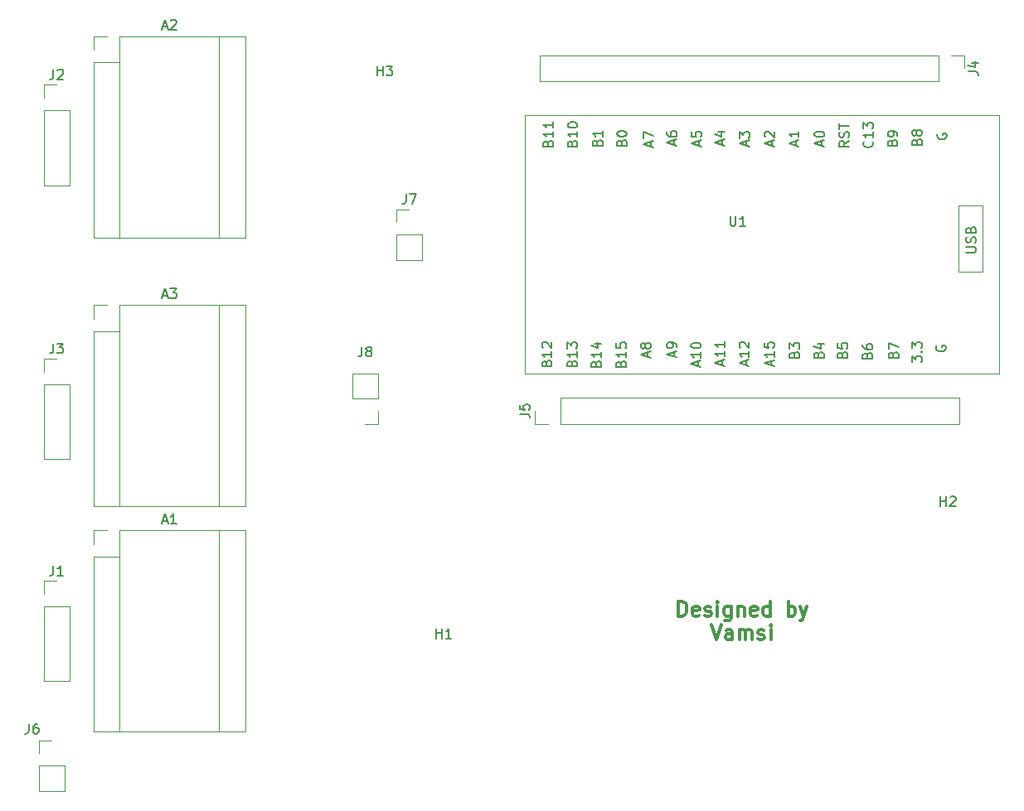
<source format=gto>
%TF.GenerationSoftware,KiCad,Pcbnew,(6.0.7)*%
%TF.CreationDate,2023-11-16T10:53:28-06:00*%
%TF.ProjectId,Robot_arm,526f626f-745f-4617-926d-2e6b69636164,rev?*%
%TF.SameCoordinates,Original*%
%TF.FileFunction,Legend,Top*%
%TF.FilePolarity,Positive*%
%FSLAX46Y46*%
G04 Gerber Fmt 4.6, Leading zero omitted, Abs format (unit mm)*
G04 Created by KiCad (PCBNEW (6.0.7)) date 2023-11-16 10:53:28*
%MOMM*%
%LPD*%
G01*
G04 APERTURE LIST*
%ADD10C,0.300000*%
%ADD11C,0.150000*%
%ADD12C,0.120000*%
G04 APERTURE END LIST*
D10*
X139500000Y-104471071D02*
X139500000Y-102971071D01*
X139857142Y-102971071D01*
X140071428Y-103042500D01*
X140214285Y-103185357D01*
X140285714Y-103328214D01*
X140357142Y-103613928D01*
X140357142Y-103828214D01*
X140285714Y-104113928D01*
X140214285Y-104256785D01*
X140071428Y-104399642D01*
X139857142Y-104471071D01*
X139500000Y-104471071D01*
X141571428Y-104399642D02*
X141428571Y-104471071D01*
X141142857Y-104471071D01*
X141000000Y-104399642D01*
X140928571Y-104256785D01*
X140928571Y-103685357D01*
X141000000Y-103542500D01*
X141142857Y-103471071D01*
X141428571Y-103471071D01*
X141571428Y-103542500D01*
X141642857Y-103685357D01*
X141642857Y-103828214D01*
X140928571Y-103971071D01*
X142214285Y-104399642D02*
X142357142Y-104471071D01*
X142642857Y-104471071D01*
X142785714Y-104399642D01*
X142857142Y-104256785D01*
X142857142Y-104185357D01*
X142785714Y-104042500D01*
X142642857Y-103971071D01*
X142428571Y-103971071D01*
X142285714Y-103899642D01*
X142214285Y-103756785D01*
X142214285Y-103685357D01*
X142285714Y-103542500D01*
X142428571Y-103471071D01*
X142642857Y-103471071D01*
X142785714Y-103542500D01*
X143500000Y-104471071D02*
X143500000Y-103471071D01*
X143500000Y-102971071D02*
X143428571Y-103042500D01*
X143500000Y-103113928D01*
X143571428Y-103042500D01*
X143500000Y-102971071D01*
X143500000Y-103113928D01*
X144857142Y-103471071D02*
X144857142Y-104685357D01*
X144785714Y-104828214D01*
X144714285Y-104899642D01*
X144571428Y-104971071D01*
X144357142Y-104971071D01*
X144214285Y-104899642D01*
X144857142Y-104399642D02*
X144714285Y-104471071D01*
X144428571Y-104471071D01*
X144285714Y-104399642D01*
X144214285Y-104328214D01*
X144142857Y-104185357D01*
X144142857Y-103756785D01*
X144214285Y-103613928D01*
X144285714Y-103542500D01*
X144428571Y-103471071D01*
X144714285Y-103471071D01*
X144857142Y-103542500D01*
X145571428Y-103471071D02*
X145571428Y-104471071D01*
X145571428Y-103613928D02*
X145642857Y-103542500D01*
X145785714Y-103471071D01*
X146000000Y-103471071D01*
X146142857Y-103542500D01*
X146214285Y-103685357D01*
X146214285Y-104471071D01*
X147500000Y-104399642D02*
X147357142Y-104471071D01*
X147071428Y-104471071D01*
X146928571Y-104399642D01*
X146857142Y-104256785D01*
X146857142Y-103685357D01*
X146928571Y-103542500D01*
X147071428Y-103471071D01*
X147357142Y-103471071D01*
X147500000Y-103542500D01*
X147571428Y-103685357D01*
X147571428Y-103828214D01*
X146857142Y-103971071D01*
X148857142Y-104471071D02*
X148857142Y-102971071D01*
X148857142Y-104399642D02*
X148714285Y-104471071D01*
X148428571Y-104471071D01*
X148285714Y-104399642D01*
X148214285Y-104328214D01*
X148142857Y-104185357D01*
X148142857Y-103756785D01*
X148214285Y-103613928D01*
X148285714Y-103542500D01*
X148428571Y-103471071D01*
X148714285Y-103471071D01*
X148857142Y-103542500D01*
X150714285Y-104471071D02*
X150714285Y-102971071D01*
X150714285Y-103542500D02*
X150857142Y-103471071D01*
X151142857Y-103471071D01*
X151285714Y-103542500D01*
X151357142Y-103613928D01*
X151428571Y-103756785D01*
X151428571Y-104185357D01*
X151357142Y-104328214D01*
X151285714Y-104399642D01*
X151142857Y-104471071D01*
X150857142Y-104471071D01*
X150714285Y-104399642D01*
X151928571Y-103471071D02*
X152285714Y-104471071D01*
X152642857Y-103471071D02*
X152285714Y-104471071D01*
X152142857Y-104828214D01*
X152071428Y-104899642D01*
X151928571Y-104971071D01*
X142857142Y-105386071D02*
X143357142Y-106886071D01*
X143857142Y-105386071D01*
X145000000Y-106886071D02*
X145000000Y-106100357D01*
X144928571Y-105957500D01*
X144785714Y-105886071D01*
X144500000Y-105886071D01*
X144357142Y-105957500D01*
X145000000Y-106814642D02*
X144857142Y-106886071D01*
X144500000Y-106886071D01*
X144357142Y-106814642D01*
X144285714Y-106671785D01*
X144285714Y-106528928D01*
X144357142Y-106386071D01*
X144500000Y-106314642D01*
X144857142Y-106314642D01*
X145000000Y-106243214D01*
X145714285Y-106886071D02*
X145714285Y-105886071D01*
X145714285Y-106028928D02*
X145785714Y-105957500D01*
X145928571Y-105886071D01*
X146142857Y-105886071D01*
X146285714Y-105957500D01*
X146357142Y-106100357D01*
X146357142Y-106886071D01*
X146357142Y-106100357D02*
X146428571Y-105957500D01*
X146571428Y-105886071D01*
X146785714Y-105886071D01*
X146928571Y-105957500D01*
X147000000Y-106100357D01*
X147000000Y-106886071D01*
X147642857Y-106814642D02*
X147785714Y-106886071D01*
X148071428Y-106886071D01*
X148214285Y-106814642D01*
X148285714Y-106671785D01*
X148285714Y-106600357D01*
X148214285Y-106457500D01*
X148071428Y-106386071D01*
X147857142Y-106386071D01*
X147714285Y-106314642D01*
X147642857Y-106171785D01*
X147642857Y-106100357D01*
X147714285Y-105957500D01*
X147857142Y-105886071D01*
X148071428Y-105886071D01*
X148214285Y-105957500D01*
X148928571Y-106886071D02*
X148928571Y-105886071D01*
X148928571Y-105386071D02*
X148857142Y-105457500D01*
X148928571Y-105528928D01*
X149000000Y-105457500D01*
X148928571Y-105386071D01*
X148928571Y-105528928D01*
D11*
%TO.C,H3*%
X108738095Y-49252380D02*
X108738095Y-48252380D01*
X108738095Y-48728571D02*
X109309523Y-48728571D01*
X109309523Y-49252380D02*
X109309523Y-48252380D01*
X109690476Y-48252380D02*
X110309523Y-48252380D01*
X109976190Y-48633333D01*
X110119047Y-48633333D01*
X110214285Y-48680952D01*
X110261904Y-48728571D01*
X110309523Y-48823809D01*
X110309523Y-49061904D01*
X110261904Y-49157142D01*
X110214285Y-49204761D01*
X110119047Y-49252380D01*
X109833333Y-49252380D01*
X109738095Y-49204761D01*
X109690476Y-49157142D01*
%TO.C,H2*%
X166238095Y-93252380D02*
X166238095Y-92252380D01*
X166238095Y-92728571D02*
X166809523Y-92728571D01*
X166809523Y-93252380D02*
X166809523Y-92252380D01*
X167238095Y-92347619D02*
X167285714Y-92300000D01*
X167380952Y-92252380D01*
X167619047Y-92252380D01*
X167714285Y-92300000D01*
X167761904Y-92347619D01*
X167809523Y-92442857D01*
X167809523Y-92538095D01*
X167761904Y-92680952D01*
X167190476Y-93252380D01*
X167809523Y-93252380D01*
%TO.C,H1*%
X114738095Y-106752380D02*
X114738095Y-105752380D01*
X114738095Y-106228571D02*
X115309523Y-106228571D01*
X115309523Y-106752380D02*
X115309523Y-105752380D01*
X116309523Y-106752380D02*
X115738095Y-106752380D01*
X116023809Y-106752380D02*
X116023809Y-105752380D01*
X115928571Y-105895238D01*
X115833333Y-105990476D01*
X115738095Y-106038095D01*
%TO.C,J8*%
X107166666Y-76952380D02*
X107166666Y-77666666D01*
X107119047Y-77809523D01*
X107023809Y-77904761D01*
X106880952Y-77952380D01*
X106785714Y-77952380D01*
X107785714Y-77380952D02*
X107690476Y-77333333D01*
X107642857Y-77285714D01*
X107595238Y-77190476D01*
X107595238Y-77142857D01*
X107642857Y-77047619D01*
X107690476Y-77000000D01*
X107785714Y-76952380D01*
X107976190Y-76952380D01*
X108071428Y-77000000D01*
X108119047Y-77047619D01*
X108166666Y-77142857D01*
X108166666Y-77190476D01*
X108119047Y-77285714D01*
X108071428Y-77333333D01*
X107976190Y-77380952D01*
X107785714Y-77380952D01*
X107690476Y-77428571D01*
X107642857Y-77476190D01*
X107595238Y-77571428D01*
X107595238Y-77761904D01*
X107642857Y-77857142D01*
X107690476Y-77904761D01*
X107785714Y-77952380D01*
X107976190Y-77952380D01*
X108071428Y-77904761D01*
X108119047Y-77857142D01*
X108166666Y-77761904D01*
X108166666Y-77571428D01*
X108119047Y-77476190D01*
X108071428Y-77428571D01*
X107976190Y-77380952D01*
%TO.C,U1*%
X144776027Y-63589880D02*
X144776027Y-64399404D01*
X144823646Y-64494642D01*
X144871265Y-64542261D01*
X144966503Y-64589880D01*
X145156979Y-64589880D01*
X145252217Y-64542261D01*
X145299836Y-64494642D01*
X145347455Y-64399404D01*
X145347455Y-63589880D01*
X146347455Y-64589880D02*
X145776027Y-64589880D01*
X146061741Y-64589880D02*
X146061741Y-63589880D01*
X145966503Y-63732738D01*
X145871265Y-63827976D01*
X145776027Y-63875595D01*
X128666503Y-56143452D02*
X128714122Y-56000595D01*
X128761741Y-55952976D01*
X128856979Y-55905357D01*
X128999836Y-55905357D01*
X129095074Y-55952976D01*
X129142693Y-56000595D01*
X129190312Y-56095833D01*
X129190312Y-56476785D01*
X128190312Y-56476785D01*
X128190312Y-56143452D01*
X128237932Y-56048214D01*
X128285551Y-56000595D01*
X128380789Y-55952976D01*
X128476027Y-55952976D01*
X128571265Y-56000595D01*
X128618884Y-56048214D01*
X128666503Y-56143452D01*
X128666503Y-56476785D01*
X129190312Y-54952976D02*
X129190312Y-55524404D01*
X129190312Y-55238690D02*
X128190312Y-55238690D01*
X128333170Y-55333928D01*
X128428408Y-55429166D01*
X128476027Y-55524404D01*
X128190312Y-54333928D02*
X128190312Y-54238690D01*
X128237932Y-54143452D01*
X128285551Y-54095833D01*
X128380789Y-54048214D01*
X128571265Y-54000595D01*
X128809360Y-54000595D01*
X128999836Y-54048214D01*
X129095074Y-54095833D01*
X129142693Y-54143452D01*
X129190312Y-54238690D01*
X129190312Y-54333928D01*
X129142693Y-54429166D01*
X129095074Y-54476785D01*
X128999836Y-54524404D01*
X128809360Y-54572023D01*
X128571265Y-54572023D01*
X128380789Y-54524404D01*
X128285551Y-54476785D01*
X128237932Y-54429166D01*
X128190312Y-54333928D01*
X148979598Y-78877976D02*
X148979598Y-78401785D01*
X149265312Y-78973214D02*
X148265312Y-78639880D01*
X149265312Y-78306547D01*
X149265312Y-77449404D02*
X149265312Y-78020833D01*
X149265312Y-77735119D02*
X148265312Y-77735119D01*
X148408170Y-77830357D01*
X148503408Y-77925595D01*
X148551027Y-78020833D01*
X148265312Y-76544642D02*
X148265312Y-77020833D01*
X148741503Y-77068452D01*
X148693884Y-77020833D01*
X148646265Y-76925595D01*
X148646265Y-76687500D01*
X148693884Y-76592261D01*
X148741503Y-76544642D01*
X148836741Y-76497023D01*
X149074836Y-76497023D01*
X149170074Y-76544642D01*
X149217693Y-76592261D01*
X149265312Y-76687500D01*
X149265312Y-76925595D01*
X149217693Y-77020833D01*
X149170074Y-77068452D01*
X133641503Y-78668452D02*
X133689122Y-78525595D01*
X133736741Y-78477976D01*
X133831979Y-78430357D01*
X133974836Y-78430357D01*
X134070074Y-78477976D01*
X134117693Y-78525595D01*
X134165312Y-78620833D01*
X134165312Y-79001785D01*
X133165312Y-79001785D01*
X133165312Y-78668452D01*
X133212932Y-78573214D01*
X133260551Y-78525595D01*
X133355789Y-78477976D01*
X133451027Y-78477976D01*
X133546265Y-78525595D01*
X133593884Y-78573214D01*
X133641503Y-78668452D01*
X133641503Y-79001785D01*
X134165312Y-77477976D02*
X134165312Y-78049404D01*
X134165312Y-77763690D02*
X133165312Y-77763690D01*
X133308170Y-77858928D01*
X133403408Y-77954166D01*
X133451027Y-78049404D01*
X133165312Y-76573214D02*
X133165312Y-77049404D01*
X133641503Y-77097023D01*
X133593884Y-77049404D01*
X133546265Y-76954166D01*
X133546265Y-76716071D01*
X133593884Y-76620833D01*
X133641503Y-76573214D01*
X133736741Y-76525595D01*
X133974836Y-76525595D01*
X134070074Y-76573214D01*
X134117693Y-76620833D01*
X134165312Y-76716071D01*
X134165312Y-76954166D01*
X134117693Y-77049404D01*
X134070074Y-77097023D01*
X131091503Y-78668452D02*
X131139122Y-78525595D01*
X131186741Y-78477976D01*
X131281979Y-78430357D01*
X131424836Y-78430357D01*
X131520074Y-78477976D01*
X131567693Y-78525595D01*
X131615312Y-78620833D01*
X131615312Y-79001785D01*
X130615312Y-79001785D01*
X130615312Y-78668452D01*
X130662932Y-78573214D01*
X130710551Y-78525595D01*
X130805789Y-78477976D01*
X130901027Y-78477976D01*
X130996265Y-78525595D01*
X131043884Y-78573214D01*
X131091503Y-78668452D01*
X131091503Y-79001785D01*
X131615312Y-77477976D02*
X131615312Y-78049404D01*
X131615312Y-77763690D02*
X130615312Y-77763690D01*
X130758170Y-77858928D01*
X130853408Y-77954166D01*
X130901027Y-78049404D01*
X130948646Y-76620833D02*
X131615312Y-76620833D01*
X130567693Y-76858928D02*
X131281979Y-77097023D01*
X131281979Y-76477976D01*
X156241503Y-77742261D02*
X156289122Y-77599404D01*
X156336741Y-77551785D01*
X156431979Y-77504166D01*
X156574836Y-77504166D01*
X156670074Y-77551785D01*
X156717693Y-77599404D01*
X156765312Y-77694642D01*
X156765312Y-78075595D01*
X155765312Y-78075595D01*
X155765312Y-77742261D01*
X155812932Y-77647023D01*
X155860551Y-77599404D01*
X155955789Y-77551785D01*
X156051027Y-77551785D01*
X156146265Y-77599404D01*
X156193884Y-77647023D01*
X156241503Y-77742261D01*
X156241503Y-78075595D01*
X155765312Y-76599404D02*
X155765312Y-77075595D01*
X156241503Y-77123214D01*
X156193884Y-77075595D01*
X156146265Y-76980357D01*
X156146265Y-76742261D01*
X156193884Y-76647023D01*
X156241503Y-76599404D01*
X156336741Y-76551785D01*
X156574836Y-76551785D01*
X156670074Y-76599404D01*
X156717693Y-76647023D01*
X156765312Y-76742261D01*
X156765312Y-76980357D01*
X156717693Y-77075595D01*
X156670074Y-77123214D01*
X136379598Y-78001785D02*
X136379598Y-77525595D01*
X136665312Y-78097023D02*
X135665312Y-77763690D01*
X136665312Y-77430357D01*
X136093884Y-76954166D02*
X136046265Y-77049404D01*
X135998646Y-77097023D01*
X135903408Y-77144642D01*
X135855789Y-77144642D01*
X135760551Y-77097023D01*
X135712932Y-77049404D01*
X135665312Y-76954166D01*
X135665312Y-76763690D01*
X135712932Y-76668452D01*
X135760551Y-76620833D01*
X135855789Y-76573214D01*
X135903408Y-76573214D01*
X135998646Y-76620833D01*
X136046265Y-76668452D01*
X136093884Y-76763690D01*
X136093884Y-76954166D01*
X136141503Y-77049404D01*
X136189122Y-77097023D01*
X136284360Y-77144642D01*
X136474836Y-77144642D01*
X136570074Y-77097023D01*
X136617693Y-77049404D01*
X136665312Y-76954166D01*
X136665312Y-76763690D01*
X136617693Y-76668452D01*
X136570074Y-76620833D01*
X136474836Y-76573214D01*
X136284360Y-76573214D01*
X136189122Y-76620833D01*
X136141503Y-76668452D01*
X136093884Y-76763690D01*
X151504598Y-56376785D02*
X151504598Y-55900595D01*
X151790312Y-56472023D02*
X150790312Y-56138690D01*
X151790312Y-55805357D01*
X151790312Y-54948214D02*
X151790312Y-55519642D01*
X151790312Y-55233928D02*
X150790312Y-55233928D01*
X150933170Y-55329166D01*
X151028408Y-55424404D01*
X151076027Y-55519642D01*
X156915312Y-55935119D02*
X156439122Y-56268452D01*
X156915312Y-56506547D02*
X155915312Y-56506547D01*
X155915312Y-56125595D01*
X155962932Y-56030357D01*
X156010551Y-55982738D01*
X156105789Y-55935119D01*
X156248646Y-55935119D01*
X156343884Y-55982738D01*
X156391503Y-56030357D01*
X156439122Y-56125595D01*
X156439122Y-56506547D01*
X156867693Y-55554166D02*
X156915312Y-55411309D01*
X156915312Y-55173214D01*
X156867693Y-55077976D01*
X156820074Y-55030357D01*
X156724836Y-54982738D01*
X156629598Y-54982738D01*
X156534360Y-55030357D01*
X156486741Y-55077976D01*
X156439122Y-55173214D01*
X156391503Y-55363690D01*
X156343884Y-55458928D01*
X156296265Y-55506547D01*
X156201027Y-55554166D01*
X156105789Y-55554166D01*
X156010551Y-55506547D01*
X155962932Y-55458928D01*
X155915312Y-55363690D01*
X155915312Y-55125595D01*
X155962932Y-54982738D01*
X155915312Y-54697023D02*
X155915312Y-54125595D01*
X156915312Y-54411309D02*
X155915312Y-54411309D01*
X141504598Y-78927976D02*
X141504598Y-78451785D01*
X141790312Y-79023214D02*
X140790312Y-78689880D01*
X141790312Y-78356547D01*
X141790312Y-77499404D02*
X141790312Y-78070833D01*
X141790312Y-77785119D02*
X140790312Y-77785119D01*
X140933170Y-77880357D01*
X141028408Y-77975595D01*
X141076027Y-78070833D01*
X140790312Y-76880357D02*
X140790312Y-76785119D01*
X140837932Y-76689880D01*
X140885551Y-76642261D01*
X140980789Y-76594642D01*
X141171265Y-76547023D01*
X141409360Y-76547023D01*
X141599836Y-76594642D01*
X141695074Y-76642261D01*
X141742693Y-76689880D01*
X141790312Y-76785119D01*
X141790312Y-76880357D01*
X141742693Y-76975595D01*
X141695074Y-77023214D01*
X141599836Y-77070833D01*
X141409360Y-77118452D01*
X141171265Y-77118452D01*
X140980789Y-77070833D01*
X140885551Y-77023214D01*
X140837932Y-76975595D01*
X140790312Y-76880357D01*
X126041503Y-78618452D02*
X126089122Y-78475595D01*
X126136741Y-78427976D01*
X126231979Y-78380357D01*
X126374836Y-78380357D01*
X126470074Y-78427976D01*
X126517693Y-78475595D01*
X126565312Y-78570833D01*
X126565312Y-78951785D01*
X125565312Y-78951785D01*
X125565312Y-78618452D01*
X125612932Y-78523214D01*
X125660551Y-78475595D01*
X125755789Y-78427976D01*
X125851027Y-78427976D01*
X125946265Y-78475595D01*
X125993884Y-78523214D01*
X126041503Y-78618452D01*
X126041503Y-78951785D01*
X126565312Y-77427976D02*
X126565312Y-77999404D01*
X126565312Y-77713690D02*
X125565312Y-77713690D01*
X125708170Y-77808928D01*
X125803408Y-77904166D01*
X125851027Y-77999404D01*
X125660551Y-77047023D02*
X125612932Y-76999404D01*
X125565312Y-76904166D01*
X125565312Y-76666071D01*
X125612932Y-76570833D01*
X125660551Y-76523214D01*
X125755789Y-76475595D01*
X125851027Y-76475595D01*
X125993884Y-76523214D01*
X126565312Y-77094642D01*
X126565312Y-76475595D01*
X139029598Y-77951785D02*
X139029598Y-77475595D01*
X139315312Y-78047023D02*
X138315312Y-77713690D01*
X139315312Y-77380357D01*
X139315312Y-76999404D02*
X139315312Y-76808928D01*
X139267693Y-76713690D01*
X139220074Y-76666071D01*
X139077217Y-76570833D01*
X138886741Y-76523214D01*
X138505789Y-76523214D01*
X138410551Y-76570833D01*
X138362932Y-76618452D01*
X138315312Y-76713690D01*
X138315312Y-76904166D01*
X138362932Y-76999404D01*
X138410551Y-77047023D01*
X138505789Y-77094642D01*
X138743884Y-77094642D01*
X138839122Y-77047023D01*
X138886741Y-76999404D01*
X138934360Y-76904166D01*
X138934360Y-76713690D01*
X138886741Y-76618452D01*
X138839122Y-76570833D01*
X138743884Y-76523214D01*
X161441503Y-77767261D02*
X161489122Y-77624404D01*
X161536741Y-77576785D01*
X161631979Y-77529166D01*
X161774836Y-77529166D01*
X161870074Y-77576785D01*
X161917693Y-77624404D01*
X161965312Y-77719642D01*
X161965312Y-78100595D01*
X160965312Y-78100595D01*
X160965312Y-77767261D01*
X161012932Y-77672023D01*
X161060551Y-77624404D01*
X161155789Y-77576785D01*
X161251027Y-77576785D01*
X161346265Y-77624404D01*
X161393884Y-77672023D01*
X161441503Y-77767261D01*
X161441503Y-78100595D01*
X160965312Y-77195833D02*
X160965312Y-76529166D01*
X161965312Y-76957738D01*
X149004598Y-56376785D02*
X149004598Y-55900595D01*
X149290312Y-56472023D02*
X148290312Y-56138690D01*
X149290312Y-55805357D01*
X148385551Y-55519642D02*
X148337932Y-55472023D01*
X148290312Y-55376785D01*
X148290312Y-55138690D01*
X148337932Y-55043452D01*
X148385551Y-54995833D01*
X148480789Y-54948214D01*
X148576027Y-54948214D01*
X148718884Y-54995833D01*
X149290312Y-55567261D01*
X149290312Y-54948214D01*
X165837932Y-76850595D02*
X165790312Y-76945833D01*
X165790312Y-77088690D01*
X165837932Y-77231547D01*
X165933170Y-77326785D01*
X166028408Y-77374404D01*
X166218884Y-77422023D01*
X166361741Y-77422023D01*
X166552217Y-77374404D01*
X166647455Y-77326785D01*
X166742693Y-77231547D01*
X166790312Y-77088690D01*
X166790312Y-76993452D01*
X166742693Y-76850595D01*
X166695074Y-76802976D01*
X166361741Y-76802976D01*
X166361741Y-76993452D01*
X168865312Y-67324404D02*
X169674836Y-67324404D01*
X169770074Y-67276785D01*
X169817693Y-67229166D01*
X169865312Y-67133928D01*
X169865312Y-66943452D01*
X169817693Y-66848214D01*
X169770074Y-66800595D01*
X169674836Y-66752976D01*
X168865312Y-66752976D01*
X169817693Y-66324404D02*
X169865312Y-66181547D01*
X169865312Y-65943452D01*
X169817693Y-65848214D01*
X169770074Y-65800595D01*
X169674836Y-65752976D01*
X169579598Y-65752976D01*
X169484360Y-65800595D01*
X169436741Y-65848214D01*
X169389122Y-65943452D01*
X169341503Y-66133928D01*
X169293884Y-66229166D01*
X169246265Y-66276785D01*
X169151027Y-66324404D01*
X169055789Y-66324404D01*
X168960551Y-66276785D01*
X168912932Y-66229166D01*
X168865312Y-66133928D01*
X168865312Y-65895833D01*
X168912932Y-65752976D01*
X169341503Y-64991071D02*
X169389122Y-64848214D01*
X169436741Y-64800595D01*
X169531979Y-64752976D01*
X169674836Y-64752976D01*
X169770074Y-64800595D01*
X169817693Y-64848214D01*
X169865312Y-64943452D01*
X169865312Y-65324404D01*
X168865312Y-65324404D01*
X168865312Y-64991071D01*
X168912932Y-64895833D01*
X168960551Y-64848214D01*
X169055789Y-64800595D01*
X169151027Y-64800595D01*
X169246265Y-64848214D01*
X169293884Y-64895833D01*
X169341503Y-64991071D01*
X169341503Y-65324404D01*
X161341503Y-56092261D02*
X161389122Y-55949404D01*
X161436741Y-55901785D01*
X161531979Y-55854166D01*
X161674836Y-55854166D01*
X161770074Y-55901785D01*
X161817693Y-55949404D01*
X161865312Y-56044642D01*
X161865312Y-56425595D01*
X160865312Y-56425595D01*
X160865312Y-56092261D01*
X160912932Y-55997023D01*
X160960551Y-55949404D01*
X161055789Y-55901785D01*
X161151027Y-55901785D01*
X161246265Y-55949404D01*
X161293884Y-55997023D01*
X161341503Y-56092261D01*
X161341503Y-56425595D01*
X161865312Y-55377976D02*
X161865312Y-55187500D01*
X161817693Y-55092261D01*
X161770074Y-55044642D01*
X161627217Y-54949404D01*
X161436741Y-54901785D01*
X161055789Y-54901785D01*
X160960551Y-54949404D01*
X160912932Y-54997023D01*
X160865312Y-55092261D01*
X160865312Y-55282738D01*
X160912932Y-55377976D01*
X160960551Y-55425595D01*
X161055789Y-55473214D01*
X161293884Y-55473214D01*
X161389122Y-55425595D01*
X161436741Y-55377976D01*
X161484360Y-55282738D01*
X161484360Y-55092261D01*
X161436741Y-54997023D01*
X161389122Y-54949404D01*
X161293884Y-54901785D01*
X158791503Y-77842261D02*
X158839122Y-77699404D01*
X158886741Y-77651785D01*
X158981979Y-77604166D01*
X159124836Y-77604166D01*
X159220074Y-77651785D01*
X159267693Y-77699404D01*
X159315312Y-77794642D01*
X159315312Y-78175595D01*
X158315312Y-78175595D01*
X158315312Y-77842261D01*
X158362932Y-77747023D01*
X158410551Y-77699404D01*
X158505789Y-77651785D01*
X158601027Y-77651785D01*
X158696265Y-77699404D01*
X158743884Y-77747023D01*
X158791503Y-77842261D01*
X158791503Y-78175595D01*
X158315312Y-76747023D02*
X158315312Y-76937500D01*
X158362932Y-77032738D01*
X158410551Y-77080357D01*
X158553408Y-77175595D01*
X158743884Y-77223214D01*
X159124836Y-77223214D01*
X159220074Y-77175595D01*
X159267693Y-77127976D01*
X159315312Y-77032738D01*
X159315312Y-76842261D01*
X159267693Y-76747023D01*
X159220074Y-76699404D01*
X159124836Y-76651785D01*
X158886741Y-76651785D01*
X158791503Y-76699404D01*
X158743884Y-76747023D01*
X158696265Y-76842261D01*
X158696265Y-77032738D01*
X158743884Y-77127976D01*
X158791503Y-77175595D01*
X158886741Y-77223214D01*
X143929598Y-78802976D02*
X143929598Y-78326785D01*
X144215312Y-78898214D02*
X143215312Y-78564880D01*
X144215312Y-78231547D01*
X144215312Y-77374404D02*
X144215312Y-77945833D01*
X144215312Y-77660119D02*
X143215312Y-77660119D01*
X143358170Y-77755357D01*
X143453408Y-77850595D01*
X143501027Y-77945833D01*
X144215312Y-76422023D02*
X144215312Y-76993452D01*
X144215312Y-76707738D02*
X143215312Y-76707738D01*
X143358170Y-76802976D01*
X143453408Y-76898214D01*
X143501027Y-76993452D01*
X163841503Y-55992261D02*
X163889122Y-55849404D01*
X163936741Y-55801785D01*
X164031979Y-55754166D01*
X164174836Y-55754166D01*
X164270074Y-55801785D01*
X164317693Y-55849404D01*
X164365312Y-55944642D01*
X164365312Y-56325595D01*
X163365312Y-56325595D01*
X163365312Y-55992261D01*
X163412932Y-55897023D01*
X163460551Y-55849404D01*
X163555789Y-55801785D01*
X163651027Y-55801785D01*
X163746265Y-55849404D01*
X163793884Y-55897023D01*
X163841503Y-55992261D01*
X163841503Y-56325595D01*
X163793884Y-55182738D02*
X163746265Y-55277976D01*
X163698646Y-55325595D01*
X163603408Y-55373214D01*
X163555789Y-55373214D01*
X163460551Y-55325595D01*
X163412932Y-55277976D01*
X163365312Y-55182738D01*
X163365312Y-54992261D01*
X163412932Y-54897023D01*
X163460551Y-54849404D01*
X163555789Y-54801785D01*
X163603408Y-54801785D01*
X163698646Y-54849404D01*
X163746265Y-54897023D01*
X163793884Y-54992261D01*
X163793884Y-55182738D01*
X163841503Y-55277976D01*
X163889122Y-55325595D01*
X163984360Y-55373214D01*
X164174836Y-55373214D01*
X164270074Y-55325595D01*
X164317693Y-55277976D01*
X164365312Y-55182738D01*
X164365312Y-54992261D01*
X164317693Y-54897023D01*
X164270074Y-54849404D01*
X164174836Y-54801785D01*
X163984360Y-54801785D01*
X163889122Y-54849404D01*
X163841503Y-54897023D01*
X163793884Y-54992261D01*
X146454598Y-56426785D02*
X146454598Y-55950595D01*
X146740312Y-56522023D02*
X145740312Y-56188690D01*
X146740312Y-55855357D01*
X145740312Y-55617261D02*
X145740312Y-54998214D01*
X146121265Y-55331547D01*
X146121265Y-55188690D01*
X146168884Y-55093452D01*
X146216503Y-55045833D01*
X146311741Y-54998214D01*
X146549836Y-54998214D01*
X146645074Y-55045833D01*
X146692693Y-55093452D01*
X146740312Y-55188690D01*
X146740312Y-55474404D01*
X146692693Y-55569642D01*
X146645074Y-55617261D01*
X139029598Y-56351785D02*
X139029598Y-55875595D01*
X139315312Y-56447023D02*
X138315312Y-56113690D01*
X139315312Y-55780357D01*
X138315312Y-55018452D02*
X138315312Y-55208928D01*
X138362932Y-55304166D01*
X138410551Y-55351785D01*
X138553408Y-55447023D01*
X138743884Y-55494642D01*
X139124836Y-55494642D01*
X139220074Y-55447023D01*
X139267693Y-55399404D01*
X139315312Y-55304166D01*
X139315312Y-55113690D01*
X139267693Y-55018452D01*
X139220074Y-54970833D01*
X139124836Y-54923214D01*
X138886741Y-54923214D01*
X138791503Y-54970833D01*
X138743884Y-55018452D01*
X138696265Y-55113690D01*
X138696265Y-55304166D01*
X138743884Y-55399404D01*
X138791503Y-55447023D01*
X138886741Y-55494642D01*
X159270074Y-55955357D02*
X159317693Y-56002976D01*
X159365312Y-56145833D01*
X159365312Y-56241071D01*
X159317693Y-56383928D01*
X159222455Y-56479166D01*
X159127217Y-56526785D01*
X158936741Y-56574404D01*
X158793884Y-56574404D01*
X158603408Y-56526785D01*
X158508170Y-56479166D01*
X158412932Y-56383928D01*
X158365312Y-56241071D01*
X158365312Y-56145833D01*
X158412932Y-56002976D01*
X158460551Y-55955357D01*
X159365312Y-55002976D02*
X159365312Y-55574404D01*
X159365312Y-55288690D02*
X158365312Y-55288690D01*
X158508170Y-55383928D01*
X158603408Y-55479166D01*
X158651027Y-55574404D01*
X158365312Y-54669642D02*
X158365312Y-54050595D01*
X158746265Y-54383928D01*
X158746265Y-54241071D01*
X158793884Y-54145833D01*
X158841503Y-54098214D01*
X158936741Y-54050595D01*
X159174836Y-54050595D01*
X159270074Y-54098214D01*
X159317693Y-54145833D01*
X159365312Y-54241071D01*
X159365312Y-54526785D01*
X159317693Y-54622023D01*
X159270074Y-54669642D01*
X146429598Y-78852976D02*
X146429598Y-78376785D01*
X146715312Y-78948214D02*
X145715312Y-78614880D01*
X146715312Y-78281547D01*
X146715312Y-77424404D02*
X146715312Y-77995833D01*
X146715312Y-77710119D02*
X145715312Y-77710119D01*
X145858170Y-77805357D01*
X145953408Y-77900595D01*
X146001027Y-77995833D01*
X145810551Y-77043452D02*
X145762932Y-76995833D01*
X145715312Y-76900595D01*
X145715312Y-76662500D01*
X145762932Y-76567261D01*
X145810551Y-76519642D01*
X145905789Y-76472023D01*
X146001027Y-76472023D01*
X146143884Y-76519642D01*
X146715312Y-77091071D01*
X146715312Y-76472023D01*
X133691503Y-56092261D02*
X133739122Y-55949404D01*
X133786741Y-55901785D01*
X133881979Y-55854166D01*
X134024836Y-55854166D01*
X134120074Y-55901785D01*
X134167693Y-55949404D01*
X134215312Y-56044642D01*
X134215312Y-56425595D01*
X133215312Y-56425595D01*
X133215312Y-56092261D01*
X133262932Y-55997023D01*
X133310551Y-55949404D01*
X133405789Y-55901785D01*
X133501027Y-55901785D01*
X133596265Y-55949404D01*
X133643884Y-55997023D01*
X133691503Y-56092261D01*
X133691503Y-56425595D01*
X133215312Y-55235119D02*
X133215312Y-55139880D01*
X133262932Y-55044642D01*
X133310551Y-54997023D01*
X133405789Y-54949404D01*
X133596265Y-54901785D01*
X133834360Y-54901785D01*
X134024836Y-54949404D01*
X134120074Y-54997023D01*
X134167693Y-55044642D01*
X134215312Y-55139880D01*
X134215312Y-55235119D01*
X134167693Y-55330357D01*
X134120074Y-55377976D01*
X134024836Y-55425595D01*
X133834360Y-55473214D01*
X133596265Y-55473214D01*
X133405789Y-55425595D01*
X133310551Y-55377976D01*
X133262932Y-55330357D01*
X133215312Y-55235119D01*
X136654598Y-56451785D02*
X136654598Y-55975595D01*
X136940312Y-56547023D02*
X135940312Y-56213690D01*
X136940312Y-55880357D01*
X135940312Y-55642261D02*
X135940312Y-54975595D01*
X136940312Y-55404166D01*
X154104598Y-56376785D02*
X154104598Y-55900595D01*
X154390312Y-56472023D02*
X153390312Y-56138690D01*
X154390312Y-55805357D01*
X153390312Y-55281547D02*
X153390312Y-55186309D01*
X153437932Y-55091071D01*
X153485551Y-55043452D01*
X153580789Y-54995833D01*
X153771265Y-54948214D01*
X154009360Y-54948214D01*
X154199836Y-54995833D01*
X154295074Y-55043452D01*
X154342693Y-55091071D01*
X154390312Y-55186309D01*
X154390312Y-55281547D01*
X154342693Y-55376785D01*
X154295074Y-55424404D01*
X154199836Y-55472023D01*
X154009360Y-55519642D01*
X153771265Y-55519642D01*
X153580789Y-55472023D01*
X153485551Y-55424404D01*
X153437932Y-55376785D01*
X153390312Y-55281547D01*
X126166503Y-56143452D02*
X126214122Y-56000595D01*
X126261741Y-55952976D01*
X126356979Y-55905357D01*
X126499836Y-55905357D01*
X126595074Y-55952976D01*
X126642693Y-56000595D01*
X126690312Y-56095833D01*
X126690312Y-56476785D01*
X125690312Y-56476785D01*
X125690312Y-56143452D01*
X125737932Y-56048214D01*
X125785551Y-56000595D01*
X125880789Y-55952976D01*
X125976027Y-55952976D01*
X126071265Y-56000595D01*
X126118884Y-56048214D01*
X126166503Y-56143452D01*
X126166503Y-56476785D01*
X126690312Y-54952976D02*
X126690312Y-55524404D01*
X126690312Y-55238690D02*
X125690312Y-55238690D01*
X125833170Y-55333928D01*
X125928408Y-55429166D01*
X125976027Y-55524404D01*
X126690312Y-54000595D02*
X126690312Y-54572023D01*
X126690312Y-54286309D02*
X125690312Y-54286309D01*
X125833170Y-54381547D01*
X125928408Y-54476785D01*
X125976027Y-54572023D01*
X165937932Y-55200595D02*
X165890312Y-55295833D01*
X165890312Y-55438690D01*
X165937932Y-55581547D01*
X166033170Y-55676785D01*
X166128408Y-55724404D01*
X166318884Y-55772023D01*
X166461741Y-55772023D01*
X166652217Y-55724404D01*
X166747455Y-55676785D01*
X166842693Y-55581547D01*
X166890312Y-55438690D01*
X166890312Y-55343452D01*
X166842693Y-55200595D01*
X166795074Y-55152976D01*
X166461741Y-55152976D01*
X166461741Y-55343452D01*
X163340312Y-78535119D02*
X163340312Y-77916071D01*
X163721265Y-78249404D01*
X163721265Y-78106547D01*
X163768884Y-78011309D01*
X163816503Y-77963690D01*
X163911741Y-77916071D01*
X164149836Y-77916071D01*
X164245074Y-77963690D01*
X164292693Y-78011309D01*
X164340312Y-78106547D01*
X164340312Y-78392261D01*
X164292693Y-78487500D01*
X164245074Y-78535119D01*
X164245074Y-77487500D02*
X164292693Y-77439880D01*
X164340312Y-77487500D01*
X164292693Y-77535119D01*
X164245074Y-77487500D01*
X164340312Y-77487500D01*
X163340312Y-77106547D02*
X163340312Y-76487500D01*
X163721265Y-76820833D01*
X163721265Y-76677976D01*
X163768884Y-76582738D01*
X163816503Y-76535119D01*
X163911741Y-76487500D01*
X164149836Y-76487500D01*
X164245074Y-76535119D01*
X164292693Y-76582738D01*
X164340312Y-76677976D01*
X164340312Y-76963690D01*
X164292693Y-77058928D01*
X164245074Y-77106547D01*
X131216503Y-56067261D02*
X131264122Y-55924404D01*
X131311741Y-55876785D01*
X131406979Y-55829166D01*
X131549836Y-55829166D01*
X131645074Y-55876785D01*
X131692693Y-55924404D01*
X131740312Y-56019642D01*
X131740312Y-56400595D01*
X130740312Y-56400595D01*
X130740312Y-56067261D01*
X130787932Y-55972023D01*
X130835551Y-55924404D01*
X130930789Y-55876785D01*
X131026027Y-55876785D01*
X131121265Y-55924404D01*
X131168884Y-55972023D01*
X131216503Y-56067261D01*
X131216503Y-56400595D01*
X131740312Y-54876785D02*
X131740312Y-55448214D01*
X131740312Y-55162500D02*
X130740312Y-55162500D01*
X130883170Y-55257738D01*
X130978408Y-55352976D01*
X131026027Y-55448214D01*
X151341503Y-77742261D02*
X151389122Y-77599404D01*
X151436741Y-77551785D01*
X151531979Y-77504166D01*
X151674836Y-77504166D01*
X151770074Y-77551785D01*
X151817693Y-77599404D01*
X151865312Y-77694642D01*
X151865312Y-78075595D01*
X150865312Y-78075595D01*
X150865312Y-77742261D01*
X150912932Y-77647023D01*
X150960551Y-77599404D01*
X151055789Y-77551785D01*
X151151027Y-77551785D01*
X151246265Y-77599404D01*
X151293884Y-77647023D01*
X151341503Y-77742261D01*
X151341503Y-78075595D01*
X150865312Y-77170833D02*
X150865312Y-76551785D01*
X151246265Y-76885119D01*
X151246265Y-76742261D01*
X151293884Y-76647023D01*
X151341503Y-76599404D01*
X151436741Y-76551785D01*
X151674836Y-76551785D01*
X151770074Y-76599404D01*
X151817693Y-76647023D01*
X151865312Y-76742261D01*
X151865312Y-77027976D01*
X151817693Y-77123214D01*
X151770074Y-77170833D01*
X128616503Y-78643452D02*
X128664122Y-78500595D01*
X128711741Y-78452976D01*
X128806979Y-78405357D01*
X128949836Y-78405357D01*
X129045074Y-78452976D01*
X129092693Y-78500595D01*
X129140312Y-78595833D01*
X129140312Y-78976785D01*
X128140312Y-78976785D01*
X128140312Y-78643452D01*
X128187932Y-78548214D01*
X128235551Y-78500595D01*
X128330789Y-78452976D01*
X128426027Y-78452976D01*
X128521265Y-78500595D01*
X128568884Y-78548214D01*
X128616503Y-78643452D01*
X128616503Y-78976785D01*
X129140312Y-77452976D02*
X129140312Y-78024404D01*
X129140312Y-77738690D02*
X128140312Y-77738690D01*
X128283170Y-77833928D01*
X128378408Y-77929166D01*
X128426027Y-78024404D01*
X128140312Y-77119642D02*
X128140312Y-76500595D01*
X128521265Y-76833928D01*
X128521265Y-76691071D01*
X128568884Y-76595833D01*
X128616503Y-76548214D01*
X128711741Y-76500595D01*
X128949836Y-76500595D01*
X129045074Y-76548214D01*
X129092693Y-76595833D01*
X129140312Y-76691071D01*
X129140312Y-76976785D01*
X129092693Y-77072023D01*
X129045074Y-77119642D01*
X141554598Y-56376785D02*
X141554598Y-55900595D01*
X141840312Y-56472023D02*
X140840312Y-56138690D01*
X141840312Y-55805357D01*
X140840312Y-54995833D02*
X140840312Y-55472023D01*
X141316503Y-55519642D01*
X141268884Y-55472023D01*
X141221265Y-55376785D01*
X141221265Y-55138690D01*
X141268884Y-55043452D01*
X141316503Y-54995833D01*
X141411741Y-54948214D01*
X141649836Y-54948214D01*
X141745074Y-54995833D01*
X141792693Y-55043452D01*
X141840312Y-55138690D01*
X141840312Y-55376785D01*
X141792693Y-55472023D01*
X141745074Y-55519642D01*
X153816503Y-77767261D02*
X153864122Y-77624404D01*
X153911741Y-77576785D01*
X154006979Y-77529166D01*
X154149836Y-77529166D01*
X154245074Y-77576785D01*
X154292693Y-77624404D01*
X154340312Y-77719642D01*
X154340312Y-78100595D01*
X153340312Y-78100595D01*
X153340312Y-77767261D01*
X153387932Y-77672023D01*
X153435551Y-77624404D01*
X153530789Y-77576785D01*
X153626027Y-77576785D01*
X153721265Y-77624404D01*
X153768884Y-77672023D01*
X153816503Y-77767261D01*
X153816503Y-78100595D01*
X153673646Y-76672023D02*
X154340312Y-76672023D01*
X153292693Y-76910119D02*
X154006979Y-77148214D01*
X154006979Y-76529166D01*
X143954598Y-56351785D02*
X143954598Y-55875595D01*
X144240312Y-56447023D02*
X143240312Y-56113690D01*
X144240312Y-55780357D01*
X143573646Y-55018452D02*
X144240312Y-55018452D01*
X143192693Y-55256547D02*
X143906979Y-55494642D01*
X143906979Y-54875595D01*
%TO.C,J4*%
X169107380Y-48833333D02*
X169821666Y-48833333D01*
X169964523Y-48880952D01*
X170059761Y-48976190D01*
X170107380Y-49119047D01*
X170107380Y-49214285D01*
X169440714Y-47928571D02*
X170107380Y-47928571D01*
X169059761Y-48166666D02*
X169774047Y-48404761D01*
X169774047Y-47785714D01*
%TO.C,J6*%
X73166666Y-115492380D02*
X73166666Y-116206666D01*
X73119047Y-116349523D01*
X73023809Y-116444761D01*
X72880952Y-116492380D01*
X72785714Y-116492380D01*
X74071428Y-115492380D02*
X73880952Y-115492380D01*
X73785714Y-115540000D01*
X73738095Y-115587619D01*
X73642857Y-115730476D01*
X73595238Y-115920952D01*
X73595238Y-116301904D01*
X73642857Y-116397142D01*
X73690476Y-116444761D01*
X73785714Y-116492380D01*
X73976190Y-116492380D01*
X74071428Y-116444761D01*
X74119047Y-116397142D01*
X74166666Y-116301904D01*
X74166666Y-116063809D01*
X74119047Y-115968571D01*
X74071428Y-115920952D01*
X73976190Y-115873333D01*
X73785714Y-115873333D01*
X73690476Y-115920952D01*
X73642857Y-115968571D01*
X73595238Y-116063809D01*
%TO.C,J7*%
X111666666Y-61352380D02*
X111666666Y-62066666D01*
X111619047Y-62209523D01*
X111523809Y-62304761D01*
X111380952Y-62352380D01*
X111285714Y-62352380D01*
X112047619Y-61352380D02*
X112714285Y-61352380D01*
X112285714Y-62352380D01*
%TO.C,J5*%
X123297380Y-83833333D02*
X124011666Y-83833333D01*
X124154523Y-83880952D01*
X124249761Y-83976190D01*
X124297380Y-84119047D01*
X124297380Y-84214285D01*
X123297380Y-82880952D02*
X123297380Y-83357142D01*
X123773571Y-83404761D01*
X123725952Y-83357142D01*
X123678333Y-83261904D01*
X123678333Y-83023809D01*
X123725952Y-82928571D01*
X123773571Y-82880952D01*
X123868809Y-82833333D01*
X124106904Y-82833333D01*
X124202142Y-82880952D01*
X124249761Y-82928571D01*
X124297380Y-83023809D01*
X124297380Y-83261904D01*
X124249761Y-83357142D01*
X124202142Y-83404761D01*
%TO.C,A3*%
X86795714Y-71736666D02*
X87271904Y-71736666D01*
X86700476Y-72022380D02*
X87033809Y-71022380D01*
X87367142Y-72022380D01*
X87605238Y-71022380D02*
X88224285Y-71022380D01*
X87890952Y-71403333D01*
X88033809Y-71403333D01*
X88129047Y-71450952D01*
X88176666Y-71498571D01*
X88224285Y-71593809D01*
X88224285Y-71831904D01*
X88176666Y-71927142D01*
X88129047Y-71974761D01*
X88033809Y-72022380D01*
X87748095Y-72022380D01*
X87652857Y-71974761D01*
X87605238Y-71927142D01*
%TO.C,J2*%
X75666666Y-48622380D02*
X75666666Y-49336666D01*
X75619047Y-49479523D01*
X75523809Y-49574761D01*
X75380952Y-49622380D01*
X75285714Y-49622380D01*
X76095238Y-48717619D02*
X76142857Y-48670000D01*
X76238095Y-48622380D01*
X76476190Y-48622380D01*
X76571428Y-48670000D01*
X76619047Y-48717619D01*
X76666666Y-48812857D01*
X76666666Y-48908095D01*
X76619047Y-49050952D01*
X76047619Y-49622380D01*
X76666666Y-49622380D01*
%TO.C,A2*%
X86795714Y-44236666D02*
X87271904Y-44236666D01*
X86700476Y-44522380D02*
X87033809Y-43522380D01*
X87367142Y-44522380D01*
X87652857Y-43617619D02*
X87700476Y-43570000D01*
X87795714Y-43522380D01*
X88033809Y-43522380D01*
X88129047Y-43570000D01*
X88176666Y-43617619D01*
X88224285Y-43712857D01*
X88224285Y-43808095D01*
X88176666Y-43950952D01*
X87605238Y-44522380D01*
X88224285Y-44522380D01*
%TO.C,J1*%
X75666666Y-99322380D02*
X75666666Y-100036666D01*
X75619047Y-100179523D01*
X75523809Y-100274761D01*
X75380952Y-100322380D01*
X75285714Y-100322380D01*
X76666666Y-100322380D02*
X76095238Y-100322380D01*
X76380952Y-100322380D02*
X76380952Y-99322380D01*
X76285714Y-99465238D01*
X76190476Y-99560476D01*
X76095238Y-99608095D01*
%TO.C,J3*%
X75666666Y-76622380D02*
X75666666Y-77336666D01*
X75619047Y-77479523D01*
X75523809Y-77574761D01*
X75380952Y-77622380D01*
X75285714Y-77622380D01*
X76047619Y-76622380D02*
X76666666Y-76622380D01*
X76333333Y-77003333D01*
X76476190Y-77003333D01*
X76571428Y-77050952D01*
X76619047Y-77098571D01*
X76666666Y-77193809D01*
X76666666Y-77431904D01*
X76619047Y-77527142D01*
X76571428Y-77574761D01*
X76476190Y-77622380D01*
X76190476Y-77622380D01*
X76095238Y-77574761D01*
X76047619Y-77527142D01*
%TO.C,A1*%
X86795714Y-94736666D02*
X87271904Y-94736666D01*
X86700476Y-95022380D02*
X87033809Y-94022380D01*
X87367142Y-95022380D01*
X88224285Y-95022380D02*
X87652857Y-95022380D01*
X87938571Y-95022380D02*
X87938571Y-94022380D01*
X87843333Y-94165238D01*
X87748095Y-94260476D01*
X87652857Y-94308095D01*
D12*
%TO.C,J8*%
X108830000Y-82270000D02*
X106170000Y-82270000D01*
X108830000Y-83540000D02*
X108830000Y-84870000D01*
X108830000Y-79670000D02*
X106170000Y-79670000D01*
X106170000Y-82270000D02*
X106170000Y-79670000D01*
X108830000Y-84870000D02*
X107500000Y-84870000D01*
X108830000Y-82270000D02*
X108830000Y-79670000D01*
%TO.C,U1*%
X170587932Y-62512500D02*
X168112932Y-62512500D01*
X168112932Y-62512500D02*
X168112932Y-69312500D01*
X168112932Y-69312500D02*
X170587932Y-69312500D01*
X170587932Y-69312500D02*
X170587932Y-62512500D01*
X123787068Y-53287500D02*
X172212932Y-53287500D01*
X172212932Y-53287500D02*
X172212932Y-79712500D01*
X172212932Y-79712500D02*
X123787068Y-79712500D01*
X123787068Y-79712500D02*
X123787068Y-53287500D01*
%TO.C,J4*%
X166055000Y-47170000D02*
X166055000Y-49830000D01*
X166055000Y-47170000D02*
X125355000Y-47170000D01*
X168655000Y-47170000D02*
X168655000Y-48500000D01*
X125355000Y-47170000D02*
X125355000Y-49830000D01*
X166055000Y-49830000D02*
X125355000Y-49830000D01*
X167325000Y-47170000D02*
X168655000Y-47170000D01*
%TO.C,J6*%
X74170000Y-118500000D02*
X74170000Y-117170000D01*
X74170000Y-117170000D02*
X75500000Y-117170000D01*
X74170000Y-119770000D02*
X74170000Y-122370000D01*
X74170000Y-122370000D02*
X76830000Y-122370000D01*
X76830000Y-119770000D02*
X76830000Y-122370000D01*
X74170000Y-119770000D02*
X76830000Y-119770000D01*
%TO.C,J7*%
X110670000Y-65500000D02*
X113330000Y-65500000D01*
X110670000Y-65500000D02*
X110670000Y-68100000D01*
X110670000Y-64230000D02*
X110670000Y-62900000D01*
X113330000Y-65500000D02*
X113330000Y-68100000D01*
X110670000Y-62900000D02*
X112000000Y-62900000D01*
X110670000Y-68100000D02*
X113330000Y-68100000D01*
%TO.C,J5*%
X126175000Y-84830000D02*
X124845000Y-84830000D01*
X127445000Y-82170000D02*
X168145000Y-82170000D01*
X168145000Y-84830000D02*
X168145000Y-82170000D01*
X124845000Y-84830000D02*
X124845000Y-83500000D01*
X127445000Y-84830000D02*
X127445000Y-82170000D01*
X127445000Y-84830000D02*
X168145000Y-84830000D01*
%TO.C,A3*%
X95260000Y-93290000D02*
X95260000Y-72710000D01*
X92590000Y-72710000D02*
X92590000Y-93290000D01*
X82430000Y-75380000D02*
X79760000Y-75380000D01*
X79760000Y-72710000D02*
X79760000Y-74110000D01*
X79760000Y-93290000D02*
X95260000Y-93290000D01*
X79760000Y-75380000D02*
X79760000Y-93290000D01*
X95260000Y-72710000D02*
X82430000Y-72710000D01*
X82430000Y-75380000D02*
X82430000Y-93290000D01*
X82430000Y-72710000D02*
X82430000Y-75380000D01*
X81160000Y-72710000D02*
X79760000Y-72710000D01*
%TO.C,J2*%
X74670000Y-50170000D02*
X76000000Y-50170000D01*
X74670000Y-52770000D02*
X77330000Y-52770000D01*
X77330000Y-52770000D02*
X77330000Y-60450000D01*
X74670000Y-60450000D02*
X77330000Y-60450000D01*
X74670000Y-52770000D02*
X74670000Y-60450000D01*
X74670000Y-51500000D02*
X74670000Y-50170000D01*
%TO.C,A2*%
X95260000Y-45210000D02*
X82430000Y-45210000D01*
X92590000Y-45210000D02*
X92590000Y-65790000D01*
X79760000Y-47880000D02*
X79760000Y-65790000D01*
X81160000Y-45210000D02*
X79760000Y-45210000D01*
X82430000Y-47880000D02*
X79760000Y-47880000D01*
X82430000Y-45210000D02*
X82430000Y-47880000D01*
X79760000Y-65790000D02*
X95260000Y-65790000D01*
X79760000Y-45210000D02*
X79760000Y-46610000D01*
X95260000Y-65790000D02*
X95260000Y-45210000D01*
X82430000Y-47880000D02*
X82430000Y-65790000D01*
%TO.C,J1*%
X74670000Y-103470000D02*
X74670000Y-111150000D01*
X74670000Y-102200000D02*
X74670000Y-100870000D01*
X74670000Y-103470000D02*
X77330000Y-103470000D01*
X74670000Y-111150000D02*
X77330000Y-111150000D01*
X74670000Y-100870000D02*
X76000000Y-100870000D01*
X77330000Y-103470000D02*
X77330000Y-111150000D01*
%TO.C,J3*%
X77330000Y-80770000D02*
X77330000Y-88450000D01*
X74670000Y-80770000D02*
X77330000Y-80770000D01*
X74670000Y-88450000D02*
X77330000Y-88450000D01*
X74670000Y-80770000D02*
X74670000Y-88450000D01*
X74670000Y-78170000D02*
X76000000Y-78170000D01*
X74670000Y-79500000D02*
X74670000Y-78170000D01*
%TO.C,A1*%
X79760000Y-98380000D02*
X79760000Y-116290000D01*
X79760000Y-116290000D02*
X95260000Y-116290000D01*
X95260000Y-116290000D02*
X95260000Y-95710000D01*
X79760000Y-95710000D02*
X79760000Y-97110000D01*
X81160000Y-95710000D02*
X79760000Y-95710000D01*
X92590000Y-95710000D02*
X92590000Y-116290000D01*
X95260000Y-95710000D02*
X82430000Y-95710000D01*
X82430000Y-98380000D02*
X79760000Y-98380000D01*
X82430000Y-98380000D02*
X82430000Y-116290000D01*
X82430000Y-95710000D02*
X82430000Y-98380000D01*
%TD*%
M02*

</source>
